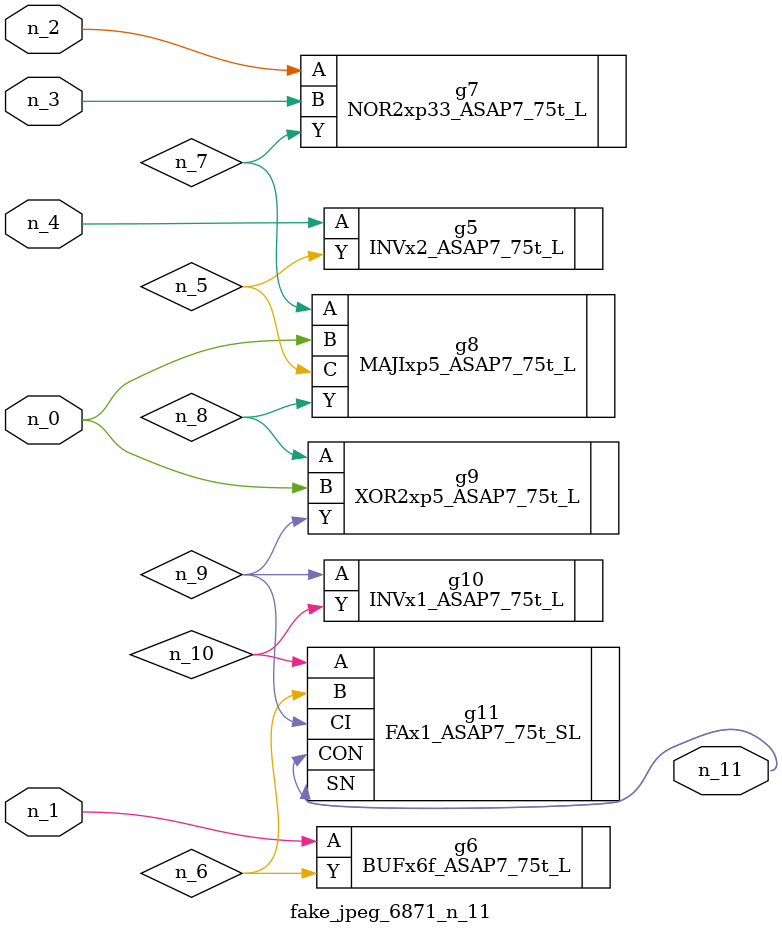
<source format=v>
module fake_jpeg_6871_n_11 (n_3, n_2, n_1, n_0, n_4, n_11);

input n_3;
input n_2;
input n_1;
input n_0;
input n_4;

output n_11;

wire n_10;
wire n_8;
wire n_9;
wire n_6;
wire n_5;
wire n_7;

INVx2_ASAP7_75t_L g5 ( 
.A(n_4),
.Y(n_5)
);

BUFx6f_ASAP7_75t_L g6 ( 
.A(n_1),
.Y(n_6)
);

NOR2xp33_ASAP7_75t_L g7 ( 
.A(n_2),
.B(n_3),
.Y(n_7)
);

MAJIxp5_ASAP7_75t_L g8 ( 
.A(n_7),
.B(n_0),
.C(n_5),
.Y(n_8)
);

XOR2xp5_ASAP7_75t_L g9 ( 
.A(n_8),
.B(n_0),
.Y(n_9)
);

INVx1_ASAP7_75t_L g10 ( 
.A(n_9),
.Y(n_10)
);

FAx1_ASAP7_75t_SL g11 ( 
.A(n_10),
.B(n_6),
.CI(n_9),
.CON(n_11),
.SN(n_11)
);


endmodule
</source>
